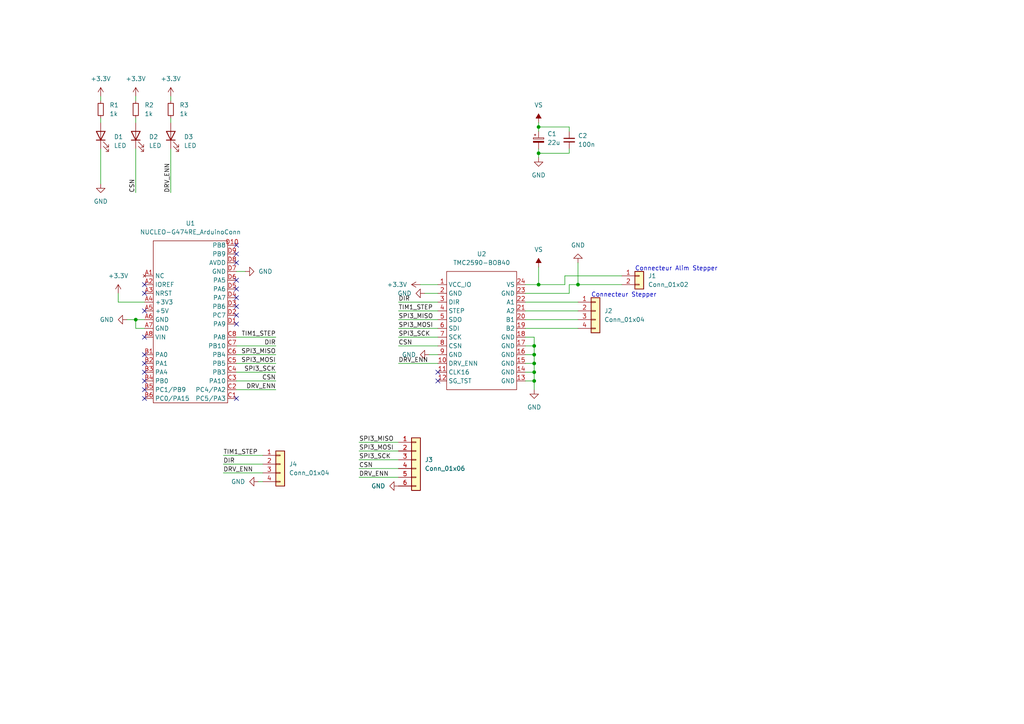
<source format=kicad_sch>
(kicad_sch (version 20230121) (generator eeschema)
  (paper "A4")
  (lib_symbols
    (symbol "Connector_Generic:Conn_01x02" (pin_names (offset 1.016) hide)
      (property "Reference" "J" (at 0 2.54 0))
      (property "Value" "Conn_01x02" (at 0 -5.08 0))
      (symbol "Conn_01x02_1_1"
        (rectangle (start -1.27 -2.413) (end 0 -2.667) (stroke (width 0.1524)))
        (rectangle (start -1.27 0.127) (end 0 -0.127) (stroke (width 0.1524)))
        (rectangle (start -1.27 1.27) (end 1.27 -3.81) (stroke (width 0.254)) (fill (type background)))
        (pin passive line (at -5.08 0 0) (length 3.81) (name "Pin_1") (number "1"))
        (pin passive line (at -5.08 -2.54 0) (length 3.81) (name "Pin_2") (number "2"))
      )
    )
    (symbol "Connector_Generic:Conn_01x04" (pin_names (offset 1.016) hide)
      (property "Reference" "J" (at 0 5.08 0))
      (property "Value" "Conn_01x04" (at 0 -7.62 0))
      (symbol "Conn_01x04_1_1"
        (rectangle (start -1.27 -4.953) (end 0 -5.207) (stroke (width 0.1524)))
        (rectangle (start -1.27 -2.413) (end 0 -2.667) (stroke (width 0.1524)))
        (rectangle (start -1.27 0.127) (end 0 -0.127) (stroke (width 0.1524)))
        (rectangle (start -1.27 2.667) (end 0 2.413) (stroke (width 0.1524)))
        (rectangle (start -1.27 3.81) (end 1.27 -6.35) (stroke (width 0.254)) (fill (type background)))
        (pin passive line (at -5.08 2.54 0) (length 3.81) (name "Pin_1") (number "1"))
        (pin passive line (at -5.08 0 0) (length 3.81) (name "Pin_2") (number "2"))
        (pin passive line (at -5.08 -2.54 0) (length 3.81) (name "Pin_3") (number "3"))
        (pin passive line (at -5.08 -5.08 0) (length 3.81) (name "Pin_4") (number "4"))
      )
    )
    (symbol "Connector_Generic:Conn_01x06" (pin_names (offset 1.016) hide)
      (property "Reference" "J" (at 0 7.62 0))
      (property "Value" "Conn_01x06" (at 0 -10.16 0))
      (symbol "Conn_01x06_1_1"
        (rectangle (start -1.27 -7.493) (end 0 -7.747) (stroke (width 0.1524)))
        (rectangle (start -1.27 -4.953) (end 0 -5.207) (stroke (width 0.1524)))
        (rectangle (start -1.27 -2.413) (end 0 -2.667) (stroke (width 0.1524)))
        (rectangle (start -1.27 0.127) (end 0 -0.127) (stroke (width 0.1524)))
        (rectangle (start -1.27 2.667) (end 0 2.413) (stroke (width 0.1524)))
        (rectangle (start -1.27 5.207) (end 0 4.953) (stroke (width 0.1524)))
        (rectangle (start -1.27 6.35) (end 1.27 -8.89) (stroke (width 0.254)) (fill (type background)))
        (pin passive line (at -5.08 5.08 0) (length 3.81) (name "Pin_1") (number "1"))
        (pin passive line (at -5.08 2.54 0) (length 3.81) (name "Pin_2") (number "2"))
        (pin passive line (at -5.08 0 0) (length 3.81) (name "Pin_3") (number "3"))
        (pin passive line (at -5.08 -2.54 0) (length 3.81) (name "Pin_4") (number "4"))
        (pin passive line (at -5.08 -5.08 0) (length 3.81) (name "Pin_5") (number "5"))
        (pin passive line (at -5.08 -7.62 0) (length 3.81) (name "Pin_6") (number "6"))
      )
    )
    (symbol "Device:C_Polarized_Small" (pin_numbers hide) (pin_names (offset 0.254) hide)
      (property "Reference" "C" (at 0.254 1.778 0))
      (property "Value" "C_Polarized_Small" (at 0.254 -2.032 0))
      (symbol "C_Polarized_Small_0_1"
        (rectangle (start -1.524 -0.3048) (end 1.524 -0.6858) (fill (type outline)))
        (rectangle (start -1.524 0.6858) (end 1.524 0.3048))
        (polyline (pts (xy -1.27 1.524) (xy -0.762 1.524)))
        (polyline (pts (xy -1.016 1.27) (xy -1.016 1.778)))
      )
      (symbol "C_Polarized_Small_1_1"
        (pin passive line (at 0 2.54 270) (length 1.8542) (name "~") (number "1"))
        (pin passive line (at 0 -2.54 90) (length 1.8542) (name "~") (number "2"))
      )
    )
    (symbol "Device:C_Small" (pin_numbers hide) (pin_names (offset 0.254) hide)
      (property "Reference" "C" (at 0.254 1.778 0))
      (property "Value" "C_Small" (at 0.254 -2.032 0))
      (symbol "C_Small_0_1"
        (polyline (pts (xy -1.524 -0.508) (xy 1.524 -0.508)) (stroke (width 0.3302)))
        (polyline (pts (xy -1.524 0.508) (xy 1.524 0.508)) (stroke (width 0.3048)))
      )
      (symbol "C_Small_1_1"
        (pin passive line (at 0 2.54 270) (length 2.032) (name "~") (number "1"))
        (pin passive line (at 0 -2.54 90) (length 2.032) (name "~") (number "2"))
      )
    )
    (symbol "Device:LED" (pin_numbers hide) (pin_names (offset 1.016) hide)
      (property "Reference" "D" (at 0 2.54 0))
      (property "Value" "LED" (at 0 -2.54 0))
      (symbol "LED_0_1"
        (polyline (pts (xy -1.27 -1.27) (xy -1.27 1.27)) (stroke (width 0.254)))
        (polyline (pts (xy -1.27 0) (xy 1.27 0)))
        (polyline (pts (xy 1.27 -1.27) (xy 1.27 1.27) (xy -1.27 0) (xy 1.27 -1.27)) (stroke (width 0.254)))
        (polyline (pts (xy -3.048 -0.762) (xy -4.572 -2.286) (xy -3.81 -2.286) (xy -4.572 -2.286) (xy -4.572 -1.524)))
        (polyline (pts (xy -1.778 -0.762) (xy -3.302 -2.286) (xy -2.54 -2.286) (xy -3.302 -2.286) (xy -3.302 -1.524)))
      )
      (symbol "LED_1_1"
        (pin passive line (at -3.81 0 0) (length 2.54) (name "K") (number "1"))
        (pin passive line (at 3.81 0 180) (length 2.54) (name "A") (number "2"))
      )
    )
    (symbol "Device:R_Small" (pin_numbers hide) (pin_names (offset 0.254) hide)
      (property "Reference" "R" (at 0.762 0.508 0))
      (property "Value" "R_Small" (at 0.762 -1.016 0))
      (symbol "R_Small_0_1"
        (rectangle (start -0.762 1.778) (end 0.762 -1.778) (stroke (width 0.2032)))
      )
      (symbol "R_Small_1_1"
        (pin passive line (at 0 2.54 270) (length 0.762) (name "~") (number "1"))
        (pin passive line (at 0 -2.54 90) (length 0.762) (name "~") (number "2"))
      )
    )
    (symbol "TMC2590:Nucleo-G474RE_ArduinoConn"
      (property "Reference" "U" (at -8.89 0 0))
      (property "Value" "NUCLEO-G474RE_ArduinoConn" (at -8.89 0 0))
      (symbol "Nucleo-G474RE_ArduinoConn_0_1"
        (rectangle (start -11.43 13.97) (end 10.16 -33.02))
      )
      (symbol "Nucleo-G474RE_ArduinoConn_1_1"
        (pin no_connect line (at -13.97 3.81 0) (length 2.54) (name "NC") (number "A1"))
        (pin input line (at -13.97 1.27 0) (length 2.54) (name "IOREF") (number "A2"))
        (pin input line (at -13.97 -1.27 0) (length 2.54) (name "NRST") (number "A3"))
        (pin power_out line (at -13.97 -3.81 0) (length 2.54) (name "+3V3") (number "A4"))
        (pin power_out line (at -13.97 -6.35 0) (length 2.54) (name "+5V") (number "A5"))
        (pin power_in line (at -13.97 -8.89 0) (length 2.54) (name "GND") (number "A6"))
        (pin power_in line (at -13.97 -11.43 0) (length 2.54) (name "GND") (number "A7"))
        (pin power_in line (at -13.97 -13.97 0) (length 2.54) (name "VIN") (number "A8"))
        (pin bidirectional line (at -13.97 -19.05 0) (length 2.54) (name "PA0") (number "B1"))
        (pin bidirectional line (at -13.97 -21.59 0) (length 2.54) (name "PA1") (number "B2"))
        (pin bidirectional line (at -13.97 -24.13 0) (length 2.54) (name "PA4") (number "B3"))
        (pin bidirectional line (at -13.97 -26.67 0) (length 2.54) (name "PB0") (number "B4"))
        (pin bidirectional line (at -13.97 -29.21 0) (length 2.54) (name "PC1/PB9") (number "B5"))
        (pin bidirectional line (at -13.97 -31.75 0) (length 2.54) (name "PC0/PA15") (number "B6"))
        (pin bidirectional line (at 12.7 -31.75 180) (length 2.54) (name "PC5/PA3") (number "C1"))
        (pin bidirectional line (at 12.7 -29.21 180) (length 2.54) (name "PC4/PA2") (number "C2"))
        (pin bidirectional line (at 12.7 -26.67 180) (length 2.54) (name "PA10") (number "C3"))
        (pin bidirectional line (at 12.7 -24.13 180) (length 2.54) (name "PB3") (number "C4"))
        (pin bidirectional line (at 12.7 -21.59 180) (length 2.54) (name "PB5") (number "C5"))
        (pin bidirectional line (at 12.7 -19.05 180) (length 2.54) (name "PB4") (number "C6"))
        (pin bidirectional line (at 12.7 -16.51 180) (length 2.54) (name "PB10") (number "C7"))
        (pin bidirectional line (at 12.7 -13.97 180) (length 2.54) (name "PA8") (number "C8"))
        (pin bidirectional line (at 12.7 -10.16 180) (length 2.54) (name "PA9") (number "D1"))
        (pin bidirectional line (at 12.7 12.7 180) (length 2.54) (name "PB8") (number "D10"))
        (pin bidirectional line (at 12.7 -7.62 180) (length 2.54) (name "PC7") (number "D2"))
        (pin bidirectional line (at 12.7 -5.08 180) (length 2.54) (name "PB6") (number "D3"))
        (pin bidirectional line (at 12.7 -2.54 180) (length 2.54) (name "PA7") (number "D4"))
        (pin bidirectional line (at 12.7 0 180) (length 2.54) (name "PA6") (number "D5"))
        (pin bidirectional line (at 12.7 2.54 180) (length 2.54) (name "PA5") (number "D6"))
        (pin power_in line (at 12.7 5.08 180) (length 2.54) (name "GND") (number "D7"))
        (pin power_out line (at 12.7 7.62 180) (length 2.54) (name "AVDD") (number "D8"))
        (pin bidirectional line (at 12.7 10.16 180) (length 2.54) (name "PB9") (number "D9"))
      )
    )
    (symbol "TMC2590:tmc2590"
      (property "Reference" "U" (at -7.62 19.05 0))
      (property "Value" "TMC2590-BOB40" (at 0 -17.78 0))
      (symbol "tmc2590_0_1"
        (rectangle (start -10.16 17.78) (end 10.16 -16.51))
      )
      (symbol "tmc2590_1_1"
        (pin input line (at -12.7 13.97 0) (length 2.54) (name "VCC_IO") (number "1"))
        (pin input line (at -12.7 -8.89 0) (length 2.54) (name "DRV_ENN") (number "10"))
        (pin input line (at -12.7 -11.43 0) (length 2.54) (name "CLK16") (number "11"))
        (pin input line (at -12.7 -13.97 0) (length 2.54) (name "SG_TST") (number "12"))
        (pin input line (at 12.7 -13.97 180) (length 2.54) (name "GND") (number "13"))
        (pin input line (at 12.7 -11.43 180) (length 2.54) (name "GND") (number "14"))
        (pin input line (at 12.7 -8.89 180) (length 2.54) (name "GND") (number "15"))
        (pin input line (at 12.7 -6.35 180) (length 2.54) (name "GND") (number "16"))
        (pin input line (at 12.7 -3.81 180) (length 2.54) (name "GND") (number "17"))
        (pin input line (at 12.7 -1.27 180) (length 2.54) (name "GND") (number "18"))
        (pin input line (at 12.7 1.27 180) (length 2.54) (name "B2") (number "19"))
        (pin input line (at -12.7 11.43 0) (length 2.54) (name "GND") (number "2"))
        (pin input line (at 12.7 3.81 180) (length 2.54) (name "B1") (number "20"))
        (pin input line (at 12.7 6.35 180) (length 2.54) (name "A2") (number "21"))
        (pin input line (at 12.7 8.89 180) (length 2.54) (name "A1") (number "22"))
        (pin input line (at 12.7 11.43 180) (length 2.54) (name "GND") (number "23"))
        (pin input line (at 12.7 13.97 180) (length 2.54) (name "VS") (number "24"))
        (pin input line (at -12.7 8.89 0) (length 2.54) (name "DIR") (number "3"))
        (pin input line (at -12.7 6.35 0) (length 2.54) (name "STEP") (number "4"))
        (pin input line (at -12.7 3.81 0) (length 2.54) (name "SDO") (number "5"))
        (pin input line (at -12.7 1.27 0) (length 2.54) (name "SDI") (number "6"))
        (pin input line (at -12.7 -1.27 0) (length 2.54) (name "SCK") (number "7"))
        (pin input line (at -12.7 -3.81 0) (length 2.54) (name "CSN") (number "8"))
        (pin input line (at -12.7 -6.35 0) (length 2.54) (name "GND") (number "9"))
      )
    )
    (symbol "power:+3.3V" (power) (pin_names (offset 0))
      (property "Value" "+3.3V" (at 0 3.556 0))
      (symbol "+3.3V_0_1"
        (polyline (pts (xy -0.762 1.27) (xy 0 2.54)))
        (polyline (pts (xy 0 0) (xy 0 2.54)))
        (polyline (pts (xy 0 2.54) (xy 0.762 1.27)))
      )
      (symbol "+3.3V_1_1"
        (pin power_in line (at 0 0 90) (length 0) hide (name "+3.3V") (number "1"))
      )
    )
    (symbol "power:GND" (power) (pin_names (offset 0))
      (property "Value" "GND" (at 0 -3.81 0))
      (symbol "GND_0_1"
        (polyline (pts (xy 0 0) (xy 0 -1.27) (xy 1.27 -1.27) (xy 0 -2.54) (xy -1.27 -1.27) (xy 0 -1.27)))
      )
      (symbol "GND_1_1"
        (pin power_in line (at 0 0 270) (length 0) hide (name "GND") (number "1"))
      )
    )
    (symbol "power:VS" (power) (pin_names (offset 0))
      (property "Value" "VS" (at 0 3.81 0))
      (symbol "VS_0_1"
        (polyline (pts (xy 0 0) (xy 0 2.54)))
        (polyline (pts (xy 0.762 1.27) (xy -0.762 1.27) (xy 0 2.54) (xy 0.762 1.27)) (fill (type outline)))
      )
      (symbol "VS_1_1"
        (pin power_in line (at 0 0 90) (length 0) hide (name "VS") (number "1"))
      )
    )
  )
  (junction (at 154.94 110.49))
  (junction (at 154.94 105.41))
  (junction (at 154.94 100.33))
  (junction (at 156.21 36.83))
  (junction (at 154.94 107.95))
  (junction (at 39.37 92.71))
  (junction (at 154.94 102.87))
  (junction (at 156.21 82.55))
  (junction (at 167.64 82.55))
  (junction (at 156.21 44.45))
  (no_connect (at 41.91 105.41))
  (no_connect (at 41.91 97.79))
  (no_connect (at 41.91 115.57))
  (no_connect (at 41.91 82.55))
  (no_connect (at 68.58 83.82))
  (no_connect (at 68.58 93.98))
  (no_connect (at 68.58 73.66))
  (no_connect (at 68.58 88.9))
  (no_connect (at 41.91 113.03))
  (no_connect (at 127 110.49))
  (no_connect (at 68.58 81.28))
  (no_connect (at 68.58 71.12))
  (no_connect (at 41.91 107.95))
  (no_connect (at 41.91 85.09))
  (no_connect (at 68.58 76.2))
  (no_connect (at 68.58 115.57))
  (no_connect (at 41.91 102.87))
  (no_connect (at 68.58 86.36))
  (no_connect (at 127 107.95))
  (no_connect (at 41.91 90.17))
  (no_connect (at 68.58 91.44))
  (no_connect (at 41.91 110.49))
  (wire (pts (xy 180.34 82.55) (xy 167.64 82.55)))
  (wire (pts (xy 124.46 102.87) (xy 127 102.87)))
  (wire (pts (xy 68.58 102.87) (xy 80.01 102.87)))
  (wire (pts (xy 154.94 105.41) (xy 154.94 102.87)))
  (wire (pts (xy 49.53 27.94) (xy 49.53 29.21)))
  (wire (pts (xy 34.29 87.63) (xy 34.29 85.09)))
  (wire (pts (xy 104.14 128.27) (xy 115.57 128.27)))
  (wire (pts (xy 68.58 113.03) (xy 80.01 113.03)))
  (wire (pts (xy 152.4 110.49) (xy 154.94 110.49)))
  (wire (pts (xy 165.1 36.83) (xy 165.1 38.1)))
  (wire (pts (xy 115.57 87.63) (xy 127 87.63)))
  (wire (pts (xy 156.21 36.83) (xy 156.21 38.1)))
  (wire (pts (xy 154.94 102.87) (xy 154.94 100.33)))
  (wire (pts (xy 165.1 43.18) (xy 165.1 44.45)))
  (wire (pts (xy 64.77 137.16) (xy 76.2 137.16)))
  (wire (pts (xy 152.4 105.41) (xy 154.94 105.41)))
  (wire (pts (xy 165.1 82.55) (xy 167.64 82.55)))
  (wire (pts (xy 49.53 43.18) (xy 49.53 55.88)))
  (wire (pts (xy 165.1 82.55) (xy 165.1 85.09)))
  (wire (pts (xy 156.21 82.55) (xy 163.83 82.55)))
  (wire (pts (xy 152.4 87.63) (xy 167.64 87.63)))
  (wire (pts (xy 152.4 82.55) (xy 156.21 82.55)))
  (wire (pts (xy 154.94 110.49) (xy 154.94 107.95)))
  (wire (pts (xy 152.4 90.17) (xy 167.64 90.17)))
  (wire (pts (xy 152.4 92.71) (xy 167.64 92.71)))
  (wire (pts (xy 39.37 92.71) (xy 39.37 95.25)))
  (wire (pts (xy 163.83 80.01) (xy 180.34 80.01)))
  (wire (pts (xy 163.83 80.01) (xy 163.83 82.55)))
  (wire (pts (xy 123.19 85.09) (xy 127 85.09)))
  (wire (pts (xy 165.1 85.09) (xy 152.4 85.09)))
  (wire (pts (xy 152.4 102.87) (xy 154.94 102.87)))
  (wire (pts (xy 104.14 133.35) (xy 115.57 133.35)))
  (wire (pts (xy 115.57 95.25) (xy 127 95.25)))
  (wire (pts (xy 154.94 100.33) (xy 154.94 97.79)))
  (wire (pts (xy 29.21 34.29) (xy 29.21 35.56)))
  (wire (pts (xy 156.21 36.83) (xy 165.1 36.83)))
  (wire (pts (xy 29.21 43.18) (xy 29.21 53.34)))
  (wire (pts (xy 39.37 92.71) (xy 41.91 92.71)))
  (wire (pts (xy 152.4 95.25) (xy 167.64 95.25)))
  (wire (pts (xy 156.21 43.18) (xy 156.21 44.45)))
  (wire (pts (xy 39.37 34.29) (xy 39.37 35.56)))
  (wire (pts (xy 39.37 43.18) (xy 39.37 55.88)))
  (wire (pts (xy 36.83 92.71) (xy 39.37 92.71)))
  (wire (pts (xy 152.4 107.95) (xy 154.94 107.95)))
  (wire (pts (xy 115.57 92.71) (xy 127 92.71)))
  (wire (pts (xy 156.21 77.47) (xy 156.21 82.55)))
  (wire (pts (xy 115.57 97.79) (xy 127 97.79)))
  (wire (pts (xy 156.21 44.45) (xy 156.21 45.72)))
  (wire (pts (xy 154.94 113.03) (xy 154.94 110.49)))
  (wire (pts (xy 64.77 132.08) (xy 76.2 132.08)))
  (wire (pts (xy 34.29 87.63) (xy 41.91 87.63)))
  (wire (pts (xy 104.14 135.89) (xy 115.57 135.89)))
  (wire (pts (xy 156.21 35.56) (xy 156.21 36.83)))
  (wire (pts (xy 64.77 134.62) (xy 76.2 134.62)))
  (wire (pts (xy 156.21 44.45) (xy 165.1 44.45)))
  (wire (pts (xy 104.14 130.81) (xy 115.57 130.81)))
  (wire (pts (xy 115.57 100.33) (xy 127 100.33)))
  (wire (pts (xy 152.4 100.33) (xy 154.94 100.33)))
  (wire (pts (xy 68.58 78.74) (xy 71.12 78.74)))
  (wire (pts (xy 104.14 138.43) (xy 115.57 138.43)))
  (wire (pts (xy 154.94 97.79) (xy 152.4 97.79)))
  (wire (pts (xy 167.64 76.2) (xy 167.64 82.55)))
  (wire (pts (xy 121.92 82.55) (xy 127 82.55)))
  (wire (pts (xy 115.57 105.41) (xy 127 105.41)))
  (wire (pts (xy 68.58 100.33) (xy 80.01 100.33)))
  (wire (pts (xy 29.21 27.94) (xy 29.21 29.21)))
  (wire (pts (xy 115.57 90.17) (xy 127 90.17)))
  (wire (pts (xy 68.58 105.41) (xy 80.01 105.41)))
  (wire (pts (xy 68.58 110.49) (xy 80.01 110.49)))
  (wire (pts (xy 41.91 95.25) (xy 39.37 95.25)))
  (wire (pts (xy 74.93 139.7) (xy 76.2 139.7)))
  (wire (pts (xy 49.53 34.29) (xy 49.53 35.56)))
  (wire (pts (xy 68.58 107.95) (xy 80.01 107.95)))
  (wire (pts (xy 39.37 27.94) (xy 39.37 29.21)))
  (wire (pts (xy 68.58 97.79) (xy 80.01 97.79)))
  (wire (pts (xy 154.94 107.95) (xy 154.94 105.41)))
  (text "Connecteur Alim Stepper" (at 184.15 78.74 0) (effects (font (size 1.27 1.27)) (justify left bottom)))
  (text "Connecteur Stepper" (at 171.45 86.36 0) (effects (font (size 1.27 1.27)) (justify left bottom)))
  (label "DRV_ENN" (at 49.53 55.88 90))
  (label "DRV_ENN" (at 64.77 137.16 0))
  (label "DRV_ENN" (at 115.57 105.41 0))
  (label "SPI3_SCK" (at 80.01 107.95 180))
  (label "TIM1_STEP" (at 80.01 97.79 180))
  (label "SPI3_MISO" (at 115.57 92.71 0))
  (label "CSN" (at 115.57 100.33 0))
  (label "SPI3_MOSI" (at 104.14 130.81 0))
  (label "SPI3_MOSI" (at 115.57 95.25 0))
  (label "DRV_ENN" (at 80.01 113.03 180))
  (label "SPI3_MISO" (at 80.01 102.87 180))
  (label "CSN" (at 39.37 55.88 90))
  (label "SPI3_MOSI" (at 80.01 105.41 180))
  (label "TIM1_STEP" (at 115.57 90.17 0))
  (label "TIM1_STEP" (at 64.77 132.08 0))
  (label "CSN" (at 80.01 110.49 180))
  (label "SPI3_SCK" (at 104.14 133.35 0))
  (label "SPI3_SCK" (at 115.57 97.79 0))
  (label "DIR" (at 64.77 134.62 0))
  (label "DRV_ENN" (at 104.14 138.43 0))
  (label "DIR" (at 115.57 87.63 0))
  (label "DIR" (at 80.01 100.33 180))
  (label "CSN" (at 104.14 135.89 0))
  (label "SPI3_MISO" (at 104.14 128.27 0))
  (symbol (lib_id "Device:R_Small") (at 29.21 31.75 0) (unit 1)
    (property "Reference" "R1" (at 31.75 30.48 0) (effects (justify left)))
    (property "Value" "1k" (at 31.75 33.02 0) (effects (justify left)))
    (property "Footprint" "Resistor_SMD:R_0603_1608Metric_Pad0.98x0.95mm_HandSolder" (effects hide))
  )
  (symbol (lib_id "power:VS") (at 156.21 77.47 0) (unit 1)
    (property "Reference" "#PWR08" (effects hide))
    (property "Value" "VS" (at 156.21 72.39 0))
  )
  (symbol (lib_id "Device:R_Small") (at 39.37 31.75 0) (unit 1)
    (property "Reference" "R2" (at 41.91 30.48 0) (effects (justify left)))
    (property "Value" "1k" (at 41.91 33.02 0) (effects (justify left)))
    (property "Footprint" "Resistor_SMD:R_0603_1608Metric_Pad0.98x0.95mm_HandSolder" (effects hide))
  )
  (symbol (lib_id "power:GND") (at 124.46 102.87 270) (unit 1)
    (property "Reference" "#PWR014" (effects hide))
    (property "Value" "GND" (at 120.65 102.87 90) (effects (justify right)))
  )
  (symbol (lib_id "TMC2590:tmc2590") (at 139.7 96.52 0) (unit 1)
    (property "Reference" "U2" (at 139.7 73.66 0))
    (property "Value" "TMC2590-BOB40" (at 139.7 76.2 0))
    (property "Footprint" "TMC2590-BOB40:TMC2590-BOB40" (effects hide))
  )
  (symbol (lib_id "power:+3.3V") (at 121.92 82.55 90) (unit 1)
    (property "Reference" "#PWR010" (effects hide))
    (property "Value" "+3.3V" (at 118.11 82.55 90) (effects (justify left)))
  )
  (symbol (lib_id "power:+3.3V") (at 49.53 27.94 0) (unit 1)
    (property "Reference" "#PWR03" (effects hide))
    (property "Value" "+3.3V" (at 49.53 22.86 0))
  )
  (symbol (lib_id "Connector_Generic:Conn_01x02") (at 185.42 80.01 0) (unit 1)
    (property "Reference" "J1" (at 187.96 80.01 0) (effects (justify left)))
    (property "Value" "Conn_01x02" (at 187.96 82.55 0) (effects (justify left)))
    (property "Footprint" "Connector_JST:JST_XH_S2B-XH-A_1x02_P2.50mm_Horizontal" (effects hide))
  )
  (symbol (lib_id "power:GND") (at 36.83 92.71 270) (unit 1)
    (property "Reference" "#PWR013" (effects hide))
    (property "Value" "GND" (at 33.02 92.71 90) (effects (justify right)))
  )
  (symbol (lib_id "power:VS") (at 156.21 35.56 0) (unit 1)
    (property "Reference" "#PWR04" (effects hide))
    (property "Value" "VS" (at 156.21 30.48 0))
  )
  (symbol (lib_id "power:GND") (at 156.21 45.72 0) (unit 1)
    (property "Reference" "#PWR05" (effects hide))
    (property "Value" "GND" (at 156.21 50.8 0))
  )
  (symbol (lib_id "Device:LED") (at 29.21 39.37 90) (unit 1)
    (property "Reference" "D1" (at 33.02 39.6875 90) (effects (justify right)))
    (property "Value" "LED" (at 33.02 42.2275 90) (effects (justify right)))
    (property "Footprint" "LED_SMD:LED_0603_1608Metric_Pad1.05x0.95mm_HandSolder" (effects hide))
  )
  (symbol (lib_id "Device:LED") (at 49.53 39.37 90) (unit 1)
    (property "Reference" "D3" (at 53.34 39.6875 90) (effects (justify right)))
    (property "Value" "LED" (at 53.34 42.2275 90) (effects (justify right)))
    (property "Footprint" "LED_SMD:LED_0603_1608Metric_Pad1.05x0.95mm_HandSolder" (effects hide))
  )
  (symbol (lib_id "Device:C_Small") (at 165.1 40.64 0) (unit 1)
    (property "Reference" "C2" (at 167.64 39.3763 0) (effects (justify left)))
    (property "Value" "100n" (at 167.64 41.9163 0) (effects (justify left)))
    (property "Footprint" "Capacitor_SMD:C_0603_1608Metric_Pad1.08x0.95mm_HandSolder" (effects hide))
  )
  (symbol (lib_id "Connector_Generic:Conn_01x06") (at 120.65 133.35 0) (unit 1)
    (property "Reference" "J3" (at 123.19 133.35 0) (effects (justify left)))
    (property "Value" "Conn_01x06" (at 123.19 135.89 0) (effects (justify left)))
    (property "Footprint" "Connector_PinHeader_2.54mm:PinHeader_1x06_P2.54mm_Vertical" (effects hide))
  )
  (symbol (lib_id "power:GND") (at 123.19 85.09 270) (unit 1)
    (property "Reference" "#PWR012" (effects hide))
    (property "Value" "GND" (at 119.38 85.09 90) (effects (justify right)))
  )
  (symbol (lib_id "power:GND") (at 74.93 139.7 270) (unit 1)
    (property "Reference" "#PWR016" (effects hide))
    (property "Value" "GND" (at 71.12 139.7 90) (effects (justify right)))
  )
  (symbol (lib_id "Device:C_Polarized_Small") (at 156.21 40.64 0) (unit 1)
    (property "Reference" "C1" (at 158.75 38.8239 0) (effects (justify left)))
    (property "Value" "22u" (at 158.75 41.3639 0) (effects (justify left)))
    (property "Footprint" "Capacitor_SMD:CP_Elec_6.3x5.4" (effects hide))
    (property "MFR" "865080643008" (effects hide))
  )
  (symbol (lib_id "Connector_Generic:Conn_01x04") (at 172.72 90.17 0) (unit 1)
    (property "Reference" "J2" (at 175.26 90.17 0) (effects (justify left)))
    (property "Value" "Conn_01x04" (at 175.26 92.71 0) (effects (justify left)))
    (property "Footprint" "Connector_JST:JST_XH_S4B-XH-A_1x04_P2.50mm_Horizontal" (effects hide))
  )
  (symbol (lib_id "power:GND") (at 115.57 140.97 270) (unit 1)
    (property "Reference" "#PWR017" (effects hide))
    (property "Value" "GND" (at 111.76 140.97 90) (effects (justify right)))
  )
  (symbol (lib_id "Device:LED") (at 39.37 39.37 90) (unit 1)
    (property "Reference" "D2" (at 43.18 39.6875 90) (effects (justify right)))
    (property "Value" "LED" (at 43.18 42.2275 90) (effects (justify right)))
    (property "Footprint" "LED_SMD:LED_0603_1608Metric_Pad1.05x0.95mm_HandSolder" (effects hide))
  )
  (symbol (lib_id "power:GND") (at 71.12 78.74 90) (unit 1)
    (property "Reference" "#PWR09" (effects hide))
    (property "Value" "GND" (at 74.93 78.74 90) (effects (justify right)))
  )
  (symbol (lib_id "power:+3.3V") (at 29.21 27.94 0) (unit 1)
    (property "Reference" "#PWR01" (effects hide))
    (property "Value" "+3.3V" (at 29.21 22.86 0))
  )
  (symbol (lib_id "power:GND") (at 154.94 113.03 0) (unit 1)
    (property "Reference" "#PWR015" (effects hide))
    (property "Value" "GND" (at 154.94 118.11 0))
  )
  (symbol (lib_id "TMC2590:Nucleo-G474RE_ArduinoConn") (at 55.88 83.82 0) (unit 1)
    (property "Reference" "U1" (at 55.245 64.77 0))
    (property "Value" "NUCLEO-G474RE_ArduinoConn" (at 55.245 67.31 0))
    (property "Footprint" "TMC2590-BOB40:Nucleo-G474RE_ArduinoConn" (effects hide))
  )
  (symbol (lib_id "power:+3.3V") (at 39.37 27.94 0) (unit 1)
    (property "Reference" "#PWR02" (effects hide))
    (property "Value" "+3.3V" (at 39.37 22.86 0))
  )
  (symbol (lib_id "power:+3.3V") (at 34.29 85.09 0) (unit 1)
    (property "Reference" "#PWR011" (effects hide))
    (property "Value" "+3.3V" (at 34.29 80.01 0))
  )
  (symbol (lib_id "Device:R_Small") (at 49.53 31.75 0) (unit 1)
    (property "Reference" "R3" (at 52.07 30.48 0) (effects (justify left)))
    (property "Value" "1k" (at 52.07 33.02 0) (effects (justify left)))
    (property "Footprint" "Resistor_SMD:R_0603_1608Metric_Pad0.98x0.95mm_HandSolder" (effects hide))
  )
  (symbol (lib_id "power:GND") (at 167.64 76.2 180) (unit 1)
    (property "Reference" "#PWR07" (effects hide))
    (property "Value" "GND" (at 167.64 71.12 0))
  )
  (symbol (lib_id "Connector_Generic:Conn_01x04") (at 81.28 134.62 0) (unit 1)
    (property "Reference" "J4" (at 83.82 134.62 0) (effects (justify left)))
    (property "Value" "Conn_01x04" (at 83.82 137.16 0) (effects (justify left)))
    (property "Footprint" "Connector_PinHeader_2.54mm:PinHeader_1x04_P2.54mm_Vertical" (effects hide))
  )
  (symbol (lib_id "power:GND") (at 29.21 53.34 0) (unit 1)
    (property "Reference" "#PWR06" (effects hide))
    (property "Value" "GND" (at 29.21 58.42 0))
  )
)
</source>
